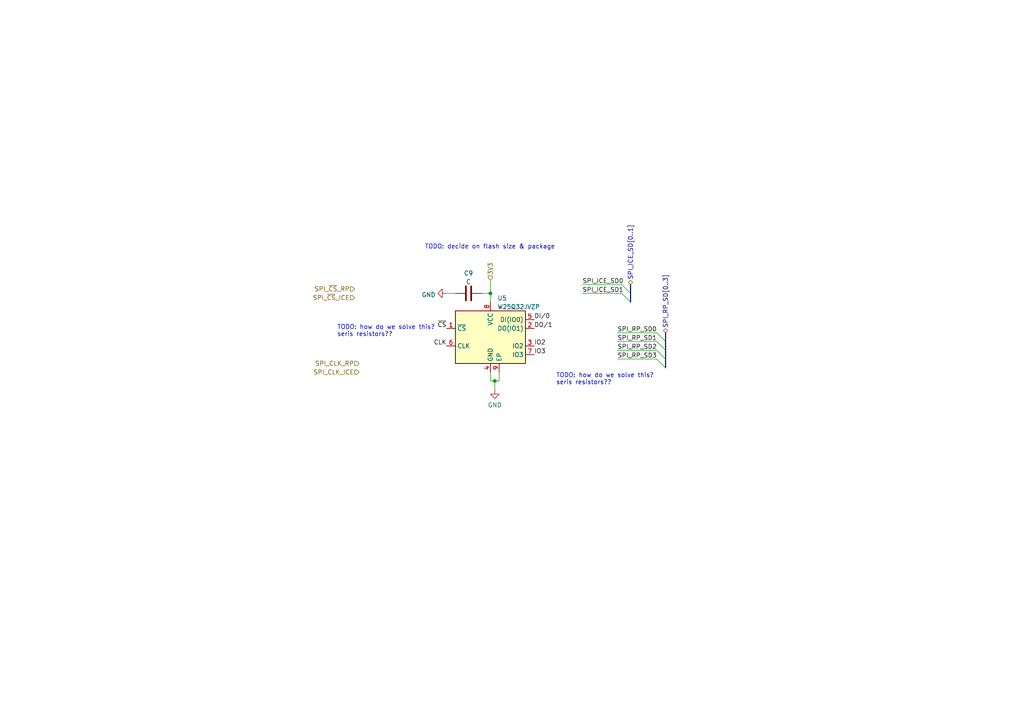
<source format=kicad_sch>
(kicad_sch (version 20211123) (generator eeschema)
  (paper "A4")
  (lib_symbols
    (symbol "Device:C" (pin_numbers hide) (pin_names (offset 0.254))
      (property "Reference" "C" (at 0.635 2.54 0))
      (property "Value" "C" (at 0.635 -2.54 0))
      (symbol "C_0_1"
        (polyline (pts (xy -2.032 -0.762) (xy 2.032 -0.762)) (stroke (width 0.508)))
        (polyline (pts (xy -2.032 0.762) (xy 2.032 0.762)) (stroke (width 0.508)))
      )
      (symbol "C_1_1"
        (pin passive line (at 0 3.81 270) (length 2.794) (name "~") (number "1"))
        (pin passive line (at 0 -3.81 90) (length 2.794) (name "~") (number "2"))
      )
    )
    (symbol "Memory_Flash:W25Q32JVZP"
      (property "Reference" "U" (at -8.89 8.89 0))
      (property "Value" "W25Q32JVZP" (at 7.62 8.89 0))
      (symbol "W25Q32JVZP_0_1"
        (rectangle (start -10.16 7.62) (end 10.16 -7.62) (stroke (width 0.254)) (fill (type background)))
      )
      (symbol "W25Q32JVZP_1_1"
        (pin input line (at -12.7 2.54 0) (length 2.54) (name "~{CS}") (number "1"))
        (pin bidirectional line (at 12.7 2.54 180) (length 2.54) (name "DO(IO1)") (number "2"))
        (pin bidirectional line (at 12.7 -2.54 180) (length 2.54) (name "IO2") (number "3"))
        (pin power_in line (at 0 -10.16 90) (length 2.54) (name "GND") (number "4"))
        (pin bidirectional line (at 12.7 5.08 180) (length 2.54) (name "DI(IO0)") (number "5"))
        (pin input line (at -12.7 -2.54 0) (length 2.54) (name "CLK") (number "6"))
        (pin bidirectional line (at 12.7 -5.08 180) (length 2.54) (name "IO3") (number "7"))
        (pin power_in line (at 0 10.16 270) (length 2.54) (name "VCC") (number "8"))
        (pin passive line (at 2.54 -10.16 90) (length 2.54) (name "EP") (number "9"))
      )
    )
    (symbol "power:GND" (power) (pin_names (offset 0))
      (property "Value" "GND" (at 0 -3.81 0))
      (symbol "GND_0_1"
        (polyline (pts (xy 0 0) (xy 0 -1.27) (xy 1.27 -1.27) (xy 0 -2.54) (xy -1.27 -1.27) (xy 0 -1.27)))
      )
      (symbol "GND_1_1"
        (pin power_in line (at 0 0 270) (length 0) hide (name "GND") (number "1"))
      )
    )
  )
  (junction (at 143.51 110.49))
  (junction (at 142.24 85.09))
  (bus_entry (at 190.5 99.06) (size 2.54 2.54))
  (bus_entry (at 190.5 101.6) (size 2.54 2.54))
  (bus_entry (at 190.5 104.14) (size 2.54 2.54))
  (bus_entry (at 180.34 82.55) (size 2.54 2.54))
  (bus_entry (at 180.34 85.09) (size 2.54 2.54))
  (bus_entry (at 190.5 96.52) (size 2.54 2.54))
  (wire (pts (xy 144.78 107.95) (xy 144.78 110.49)))
  (wire (pts (xy 144.78 110.49) (xy 143.51 110.49)))
  (wire (pts (xy 179.07 96.52) (xy 190.5 96.52)))
  (wire (pts (xy 139.7 85.09) (xy 142.24 85.09)))
  (bus (pts (xy 182.88 82.55) (xy 182.88 85.09)))
  (bus (pts (xy 193.04 99.06) (xy 193.04 101.6)))
  (bus (pts (xy 182.88 85.09) (xy 182.88 87.63)))
  (wire (pts (xy 129.54 85.09) (xy 132.08 85.09)))
  (wire (pts (xy 168.91 82.55) (xy 180.34 82.55)))
  (wire (pts (xy 142.24 85.09) (xy 142.24 87.63)))
  (wire (pts (xy 142.24 110.49) (xy 142.24 107.95)))
  (wire (pts (xy 143.51 110.49) (xy 143.51 113.03)))
  (wire (pts (xy 168.91 85.09) (xy 180.34 85.09)))
  (wire (pts (xy 179.07 101.6) (xy 190.5 101.6)))
  (wire (pts (xy 143.51 110.49) (xy 142.24 110.49)))
  (wire (pts (xy 142.24 81.28) (xy 142.24 85.09)))
  (wire (pts (xy 179.07 99.06) (xy 190.5 99.06)))
  (bus (pts (xy 193.04 101.6) (xy 193.04 104.14)))
  (bus (pts (xy 193.04 104.14) (xy 193.04 106.68)))
  (wire (pts (xy 179.07 104.14) (xy 190.5 104.14)))
  (bus (pts (xy 193.04 96.52) (xy 193.04 99.06)))
  (text "TODO: how do we solve this?\nseris resistors??" (at 161.29 111.76 0) (effects (font (size 1.27 1.27)) (justify left bottom)))
  (text "TODO: decide on flash size & package" (at 123.19 72.39 0) (effects (font (size 1.27 1.27)) (justify left bottom)))
  (text "TODO: how do we solve this?\nseris resistors??" (at 97.79 97.79 0) (effects (font (size 1.27 1.27)) (justify left bottom)))
  (label "SPI_RP_SD3" (at 179.07 104.14 0))
  (label "IO2" (at 154.94 100.33 0))
  (label "SPI_ICE_SD1" (at 168.91 85.09 0))
  (label "SPI_RP_SD1" (at 179.07 99.06 0))
  (label "DI{slash}0" (at 154.94 92.71 0))
  (label "CLK" (at 129.54 100.33 180))
  (label "SPI_RP_SD0" (at 179.07 96.52 0))
  (label "IO3" (at 154.94 102.87 0))
  (label "SPI_RP_SD2" (at 179.07 101.6 0))
  (label "DO{slash}1" (at 154.94 95.25 0))
  (label "SPI_ICE_SD0" (at 168.91 82.55 0))
  (label "~{CS}" (at 129.54 95.25 180))
  (hierarchical_label "SPI_~{CS}_ICE" (shape input) (at 102.87 86.36 180))
  (hierarchical_label "SPI_ICE_SD[0..1]" (shape bidirectional) (at 182.88 82.55 90))
  (hierarchical_label "3V3" (shape input) (at 142.24 81.28 90))
  (hierarchical_label "SPI_~{CS}_RP" (shape input) (at 102.87 83.82 180))
  (hierarchical_label "SPI_CLK_ICE" (shape input) (at 104.14 107.95 180))
  (hierarchical_label "SPI_RP_SD[0..3]" (shape bidirectional) (at 193.04 96.52 90))
  (hierarchical_label "SPI_CLK_RP" (shape input) (at 104.14 105.41 180))
  (symbol (lib_id "Memory_Flash:W25Q32JVZP") (at 142.24 97.79 0) (unit 1)
    (property "Reference" "U5" (at 144.2594 86.4702 0) (effects (justify left)))
    (property "Value" "W25Q32JVZP" (at 144.2594 89.0071 0) (effects (justify left)))
    (property "Footprint" "Package_SON:WSON-8-1EP_6x5mm_P1.27mm_EP3.4x4.3mm" (effects hide))
    (property "Datasheet" "http://www.winbond.com/resource-files/w25q32jv%20revg%2003272018%20plus.pdf" (effects hide))
  )
  (symbol (lib_id "power:GND") (at 129.54 85.09 270) (unit 1)
    (property "Reference" "#PWR0109" (effects hide))
    (property "Value" "GND" (at 126.3651 85.5238 90) (effects (justify right)))
  )
  (symbol (lib_id "power:GND") (at 143.51 113.03 0) (unit 1)
    (property "Reference" "#PWR0110" (effects hide))
    (property "Value" "GND" (at 143.51 117.4734 0))
  )
  (symbol (lib_id "Device:C") (at 135.89 85.09 90) (unit 1)
    (property "Reference" "C9" (at 135.89 79.2312 90))
    (property "Value" "C" (at 135.89 81.7681 90))
  )
)
</source>
